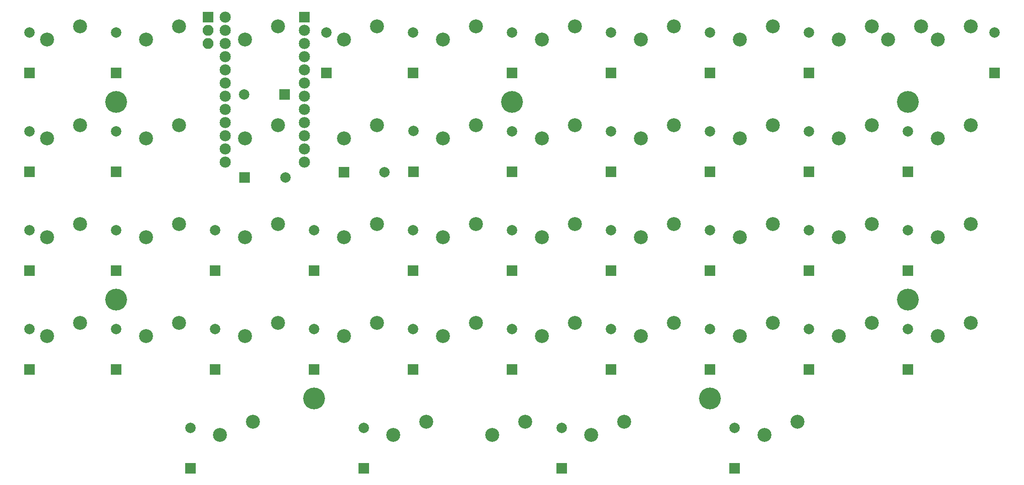
<source format=gts>
G04 #@! TF.GenerationSoftware,KiCad,Pcbnew,(5.1.2)-2*
G04 #@! TF.CreationDate,2019-10-09T00:02:49-05:00*
G04 #@! TF.ProjectId,ai03-pcb-guide,61693033-2d70-4636-922d-67756964652e,rev?*
G04 #@! TF.SameCoordinates,Original*
G04 #@! TF.FileFunction,Soldermask,Top*
G04 #@! TF.FilePolarity,Negative*
%FSLAX46Y46*%
G04 Gerber Fmt 4.6, Leading zero omitted, Abs format (unit mm)*
G04 Created by KiCad (PCBNEW (5.1.2)-2) date 2019-10-09 00:02:49*
%MOMM*%
%LPD*%
G04 APERTURE LIST*
%ADD10C,2.686000*%
%ADD11C,2.000000*%
%ADD12R,2.000000X2.000000*%
%ADD13C,2.152600*%
%ADD14R,2.152600X2.152600*%
%ADD15C,4.200000*%
%ADD16O,2.100000X2.100000*%
%ADD17R,2.100000X2.100000*%
G04 APERTURE END LIST*
D10*
X154940000Y-111601250D03*
X148590000Y-114141250D03*
X173990000Y-111601250D03*
X167640000Y-114141250D03*
X250190000Y-35401250D03*
X243840000Y-37941250D03*
D11*
X247650000Y-74681250D03*
D12*
X247650000Y-82481250D03*
D11*
X247650000Y-55631250D03*
D12*
X247650000Y-63431250D03*
D11*
X228600000Y-55631250D03*
D12*
X228600000Y-63431250D03*
D11*
X228600000Y-36581250D03*
D12*
X228600000Y-44381250D03*
D11*
X209550000Y-93731250D03*
D12*
X209550000Y-101531250D03*
D11*
X209550000Y-74681250D03*
D12*
X209550000Y-82481250D03*
D11*
X209550000Y-55631250D03*
D12*
X209550000Y-63431250D03*
D11*
X209550000Y-36581250D03*
D12*
X209550000Y-44381250D03*
D11*
X214312500Y-112781250D03*
D12*
X214312500Y-120581250D03*
D11*
X190500000Y-36581250D03*
D12*
X190500000Y-44381250D03*
D11*
X171450000Y-93731250D03*
D12*
X171450000Y-101531250D03*
D11*
X171450000Y-74681250D03*
D12*
X171450000Y-82481250D03*
D11*
X171450000Y-36581250D03*
D12*
X171450000Y-44381250D03*
D11*
X152400000Y-93731250D03*
D12*
X152400000Y-101531250D03*
D11*
X152500000Y-55600000D03*
D12*
X152500000Y-63400000D03*
D11*
X133350000Y-93731250D03*
D12*
X133350000Y-101531250D03*
D11*
X114300000Y-74681250D03*
D12*
X114300000Y-82481250D03*
D11*
X95250000Y-93731250D03*
D12*
X95250000Y-101531250D03*
D11*
X95250000Y-74681250D03*
D12*
X95250000Y-82481250D03*
D11*
X95250000Y-36581250D03*
D12*
X95250000Y-44381250D03*
D11*
X78581250Y-93731250D03*
D12*
X78581250Y-101531250D03*
D11*
X78581250Y-74681250D03*
D12*
X78581250Y-82481250D03*
D11*
X78581250Y-55631250D03*
D12*
X78581250Y-63431250D03*
D11*
X78581250Y-36581250D03*
D12*
X78581250Y-44381250D03*
X247650000Y-101531250D03*
D11*
X247650000Y-93731250D03*
D12*
X264318750Y-44381250D03*
D11*
X264318750Y-36581250D03*
D12*
X228600000Y-101531250D03*
D11*
X228600000Y-93731250D03*
D12*
X228600000Y-82481250D03*
D11*
X228600000Y-74681250D03*
D12*
X190500000Y-101531250D03*
D11*
X190500000Y-93731250D03*
D12*
X190500000Y-82481250D03*
D11*
X190500000Y-74681250D03*
D12*
X190500000Y-63431250D03*
D11*
X190500000Y-55631250D03*
D12*
X180975000Y-120581250D03*
D11*
X180975000Y-112781250D03*
D12*
X171450000Y-63431250D03*
D11*
X171450000Y-55631250D03*
D12*
X142875000Y-120581250D03*
D11*
X142875000Y-112781250D03*
D12*
X152400000Y-82481250D03*
D11*
X152400000Y-74681250D03*
D12*
X152400000Y-44381250D03*
D11*
X152400000Y-36581250D03*
D12*
X109537500Y-120581250D03*
D11*
X109537500Y-112781250D03*
D12*
X133350000Y-82481250D03*
D11*
X133350000Y-74681250D03*
D12*
X139100000Y-63500000D03*
D11*
X146900000Y-63500000D03*
D12*
X135731250Y-44381250D03*
D11*
X135731250Y-36581250D03*
D12*
X114300000Y-101531250D03*
D11*
X114300000Y-93731250D03*
D12*
X120000000Y-64500000D03*
D11*
X127800000Y-64500000D03*
D12*
X127650000Y-48500000D03*
D11*
X119850000Y-48500000D03*
D12*
X95250000Y-63431250D03*
D11*
X95250000Y-55631250D03*
D13*
X116205000Y-33655000D03*
X131445000Y-61595000D03*
X116205000Y-36195000D03*
X116205000Y-38735000D03*
X116205000Y-41275000D03*
X116205000Y-43815000D03*
X116205000Y-46355000D03*
X116205000Y-48895000D03*
X116205000Y-51435000D03*
X116205000Y-53975000D03*
X116205000Y-56515000D03*
X116205000Y-59055000D03*
X116205000Y-61595000D03*
X131445000Y-59055000D03*
X131445000Y-56515000D03*
X131445000Y-53975000D03*
X131445000Y-51435000D03*
X131445000Y-48895000D03*
X131445000Y-46355000D03*
X131445000Y-43815000D03*
X131445000Y-41275000D03*
X131445000Y-38735000D03*
X131445000Y-36195000D03*
D14*
X131445000Y-33655000D03*
D10*
X126365000Y-54451250D03*
X120015000Y-56991250D03*
X107315000Y-73501250D03*
X100965000Y-76041250D03*
X107315000Y-35401250D03*
X100965000Y-37941250D03*
X226377500Y-111601250D03*
X220027500Y-114141250D03*
X193040000Y-111601250D03*
X186690000Y-114141250D03*
D15*
X171450000Y-50006250D03*
X95250000Y-88106250D03*
X247650000Y-50006250D03*
X247650000Y-88106250D03*
X209550000Y-107156250D03*
X133350000Y-107156250D03*
X95250000Y-50006250D03*
D10*
X115252500Y-114141250D03*
X121602500Y-111601250D03*
X259715000Y-73501250D03*
X253365000Y-76041250D03*
X221615000Y-73501250D03*
X215265000Y-76041250D03*
X107315000Y-54451250D03*
X100965000Y-56991250D03*
D16*
X112900000Y-38740000D03*
X112900000Y-36200000D03*
D17*
X112900000Y-33660000D03*
D10*
X126365000Y-73501250D03*
X120015000Y-76041250D03*
X88265000Y-92551250D03*
X81915000Y-95091250D03*
X183515000Y-54451250D03*
X177165000Y-56991250D03*
X107315000Y-92551250D03*
X100965000Y-95091250D03*
X145415000Y-92551250D03*
X139065000Y-95091250D03*
X202565000Y-54451250D03*
X196215000Y-56991250D03*
X164465000Y-54451250D03*
X158115000Y-56991250D03*
X259715000Y-92551250D03*
X253365000Y-95091250D03*
X145415000Y-54451250D03*
X139065000Y-56991250D03*
X88265000Y-54451250D03*
X81915000Y-56991250D03*
X240665000Y-92551250D03*
X234315000Y-95091250D03*
X259715000Y-54451250D03*
X253365000Y-56991250D03*
X240665000Y-54451250D03*
X234315000Y-56991250D03*
X183515000Y-92551250D03*
X177165000Y-95091250D03*
X202565000Y-92551250D03*
X196215000Y-95091250D03*
X240665000Y-73501250D03*
X234315000Y-76041250D03*
X202565000Y-73501250D03*
X196215000Y-76041250D03*
X221615000Y-54451250D03*
X215265000Y-56991250D03*
X183515000Y-73501250D03*
X177165000Y-76041250D03*
X164465000Y-73501250D03*
X158115000Y-76041250D03*
X145415000Y-73501250D03*
X139065000Y-76041250D03*
X221615000Y-92551250D03*
X215265000Y-95091250D03*
X126365000Y-92551250D03*
X120015000Y-95091250D03*
X164465000Y-92551250D03*
X158115000Y-95091250D03*
X88265000Y-73501250D03*
X81915000Y-76041250D03*
X240665000Y-35401250D03*
X234315000Y-37941250D03*
X221615000Y-35401250D03*
X215265000Y-37941250D03*
X202565000Y-35401250D03*
X196215000Y-37941250D03*
X183515000Y-35401250D03*
X177165000Y-37941250D03*
X164465000Y-35401250D03*
X158115000Y-37941250D03*
X145415000Y-35401250D03*
X139065000Y-37941250D03*
X126365000Y-35401250D03*
X120015000Y-37941250D03*
X88265000Y-35401250D03*
X81915000Y-37941250D03*
X259715000Y-35401250D03*
X253365000Y-37941250D03*
M02*

</source>
